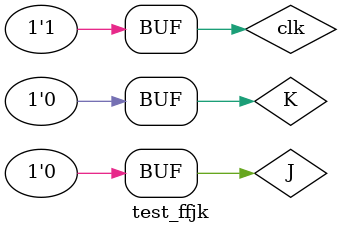
<source format=v>
`timescale 1ns / 1ps


module test_ffjk;

	// Inputs
	reg clk;
	reg J;
	reg K;

	// Outputs
	wire Q;
	wire NQ;

	// Instantiate the Unit Under Test (UUT)
	FFJK uut (
		.clk(clk), 
		.J(J), 
		.K(K), 
		.Q(Q), 
		.NQ(NQ)
	);

	initial begin
		J = 0;
		K = 0;
		#100;	
		J = 1;
		K = 0;
		#100;	
		J = 0;
		K = 0;
		#100;	
		J = 0;
		K = 1;
		#100;	
		J = 0;
		K = 0;
		#100;	
		J = 1;
		K = 1;
		#100;	
		J = 1;
		K = 1;
		#100;	
		J = 0;
		K = 0;
		
		

	end
      
		   parameter PERIOD = 5;

   always begin
      clk = 1'b0;
      #(PERIOD/2) clk = 1'b1;
      #(PERIOD/2);
   end 
	
endmodule


</source>
